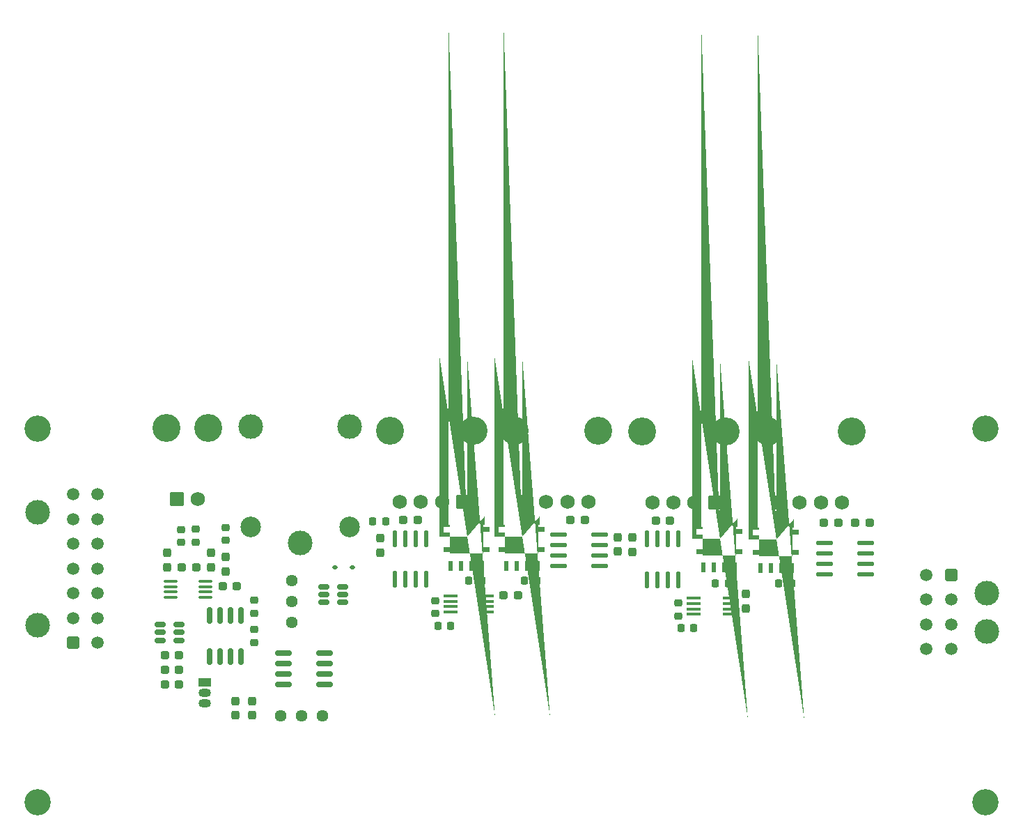
<source format=gts>
%TF.GenerationSoftware,KiCad,Pcbnew,9.0.1*%
%TF.CreationDate,2025-06-05T13:01:34-07:00*%
%TF.ProjectId,chop-controller-heat,63686f70-2d63-46f6-9e74-726f6c6c6572,rev?*%
%TF.SameCoordinates,Original*%
%TF.FileFunction,Soldermask,Top*%
%TF.FilePolarity,Negative*%
%FSLAX46Y46*%
G04 Gerber Fmt 4.6, Leading zero omitted, Abs format (unit mm)*
G04 Created by KiCad (PCBNEW 9.0.1) date 2025-06-05 13:01:34*
%MOMM*%
%LPD*%
G01*
G04 APERTURE LIST*
G04 Aperture macros list*
%AMRoundRect*
0 Rectangle with rounded corners*
0 $1 Rounding radius*
0 $2 $3 $4 $5 $6 $7 $8 $9 X,Y pos of 4 corners*
0 Add a 4 corners polygon primitive as box body*
4,1,4,$2,$3,$4,$5,$6,$7,$8,$9,$2,$3,0*
0 Add four circle primitives for the rounded corners*
1,1,$1+$1,$2,$3*
1,1,$1+$1,$4,$5*
1,1,$1+$1,$6,$7*
1,1,$1+$1,$8,$9*
0 Add four rect primitives between the rounded corners*
20,1,$1+$1,$2,$3,$4,$5,0*
20,1,$1+$1,$4,$5,$6,$7,0*
20,1,$1+$1,$6,$7,$8,$9,0*
20,1,$1+$1,$8,$9,$2,$3,0*%
%AMFreePoly0*
4,1,77,2.123536,2.483536,2.125000,2.480000,2.125000,1.460000,2.123536,1.456464,2.120000,1.455000,1.965000,1.455000,1.965000,1.175000,2.710000,1.175000,2.713536,1.173536,2.715000,1.170000,2.715000,0.560000,2.713536,0.556464,2.710000,0.555000,1.965000,0.555000,1.965000,-1.245000,2.710000,-1.245000,2.713536,-1.246464,2.715000,-1.250000,2.715000,-1.860000,2.713536,-1.863536,
2.710000,-1.865000,1.965000,-1.865000,1.965000,-2.040000,1.963536,-2.043536,1.960000,-2.045000,-2.140000,-2.045000,-2.143536,-2.043536,-2.145000,-2.040000,-2.145000,-1.875000,-2.900000,-1.875000,-2.903536,-1.873536,-2.905000,-1.870000,-2.905000,-1.260000,-2.903536,-1.256464,-2.900000,-1.255000,-2.145000,-1.255000,-2.145000,0.545000,-2.900000,0.545000,-2.903536,0.546464,-2.905000,0.550000,
-2.905000,1.160000,-2.903536,1.163536,-2.900000,1.165000,-2.145000,1.165000,-2.145000,1.445000,-2.300000,1.445000,-2.303536,1.446464,-2.305000,1.450000,-2.305000,2.470000,-2.303536,2.473536,-2.300000,2.475000,-1.690000,2.475000,-1.686464,2.473536,-1.685000,2.470000,-1.685000,1.775000,-1.035000,1.775000,-1.035000,2.470000,-1.033536,2.473536,-1.030000,2.475000,-0.420000,2.475000,
-0.416464,2.473536,-0.415000,2.470000,-0.415000,1.775000,0.235000,1.775000,0.235000,2.470000,0.236464,2.473536,0.240000,2.475000,0.850000,2.475000,0.853536,2.473536,0.855000,2.470000,0.855000,1.775000,1.505000,1.775000,1.505000,2.480000,1.506464,2.483536,1.510000,2.485000,2.120000,2.485000,2.123536,2.483536,2.123536,2.483536,$1*%
G04 Aperture macros list end*
%ADD10RoundRect,0.218750X-0.218750X-0.256250X0.218750X-0.256250X0.218750X0.256250X-0.218750X0.256250X0*%
%ADD11RoundRect,0.218750X0.218750X0.256250X-0.218750X0.256250X-0.218750X-0.256250X0.218750X-0.256250X0*%
%ADD12RoundRect,0.218750X0.256250X-0.218750X0.256250X0.218750X-0.256250X0.218750X-0.256250X-0.218750X0*%
%ADD13RoundRect,0.237500X-0.287500X-0.237500X0.287500X-0.237500X0.287500X0.237500X-0.287500X0.237500X0*%
%ADD14RoundRect,0.150000X-0.825000X-0.150000X0.825000X-0.150000X0.825000X0.150000X-0.825000X0.150000X0*%
%ADD15R,1.500000X1.050000*%
%ADD16O,1.500000X1.050000*%
%ADD17RoundRect,0.132500X-0.132500X0.857500X-0.132500X-0.857500X0.132500X-0.857500X0.132500X0.857500X0*%
%ADD18RoundRect,0.218750X-0.256250X0.218750X-0.256250X-0.218750X0.256250X-0.218750X0.256250X0.218750X0*%
%ADD19RoundRect,0.112500X-0.187500X-0.112500X0.187500X-0.112500X0.187500X0.112500X-0.187500X0.112500X0*%
%ADD20R,1.680000X0.400000*%
%ADD21RoundRect,0.237500X-0.237500X0.287500X-0.237500X-0.287500X0.237500X-0.287500X0.237500X0.287500X0*%
%ADD22R,0.610000X1.270000*%
%ADD23FreePoly0,0.000000*%
%ADD24C,3.200000*%
%ADD25RoundRect,0.132500X0.857500X0.132500X-0.857500X0.132500X-0.857500X-0.132500X0.857500X-0.132500X0*%
%ADD26RoundRect,0.237500X0.237500X-0.287500X0.237500X0.287500X-0.237500X0.287500X-0.237500X-0.287500X0*%
%ADD27RoundRect,0.150000X-0.512500X-0.150000X0.512500X-0.150000X0.512500X0.150000X-0.512500X0.150000X0*%
%ADD28RoundRect,0.237500X0.287500X0.237500X-0.287500X0.237500X-0.287500X-0.237500X0.287500X-0.237500X0*%
%ADD29C,3.000000*%
%ADD30RoundRect,0.250001X0.499999X-0.499999X0.499999X0.499999X-0.499999X0.499999X-0.499999X-0.499999X0*%
%ADD31C,1.500000*%
%ADD32C,1.440000*%
%ADD33C,3.400000*%
%ADD34RoundRect,0.250560X-0.619440X-0.619440X0.619440X-0.619440X0.619440X0.619440X-0.619440X0.619440X0*%
%ADD35C,1.740000*%
%ADD36RoundRect,0.150000X-0.150000X0.825000X-0.150000X-0.825000X0.150000X-0.825000X0.150000X0.825000X0*%
%ADD37RoundRect,0.250001X-0.499999X0.499999X-0.499999X-0.499999X0.499999X-0.499999X0.499999X0.499999X0*%
%ADD38RoundRect,0.100000X-0.712500X-0.100000X0.712500X-0.100000X0.712500X0.100000X-0.712500X0.100000X0*%
%ADD39C,2.500000*%
%ADD40RoundRect,0.150000X0.512500X0.150000X-0.512500X0.150000X-0.512500X-0.150000X0.512500X-0.150000X0*%
%ADD41RoundRect,0.250560X0.619440X0.619440X-0.619440X0.619440X-0.619440X-0.619440X0.619440X-0.619440X0*%
G04 APERTURE END LIST*
D10*
%TO.C,R17*%
X173139138Y-72809073D03*
X174714138Y-72809073D03*
%TD*%
D11*
%TO.C,R11*%
X151473138Y-72504323D03*
X149898138Y-72504323D03*
%TD*%
D10*
%TO.C,R21*%
X131483138Y-65265323D03*
X133058138Y-65265323D03*
%TD*%
D12*
%TO.C,R53*%
X117103638Y-76449823D03*
X117103638Y-74874823D03*
%TD*%
D13*
%TO.C,C1*%
X147410200Y-74269600D03*
X149160200Y-74269600D03*
%TD*%
D12*
%TO.C,R49*%
X113601638Y-67576823D03*
X113601638Y-66001823D03*
%TD*%
D14*
%TO.C,U19*%
X120651638Y-81267323D03*
X120651638Y-82537323D03*
X120651638Y-83807323D03*
X120651638Y-85077323D03*
X125601638Y-85077323D03*
X125601638Y-83807323D03*
X125601638Y-82537323D03*
X125601638Y-81267323D03*
%TD*%
D15*
%TO.C,U18*%
X111082638Y-84823323D03*
D16*
X111082638Y-86093323D03*
X111082638Y-87363323D03*
%TD*%
D13*
%TO.C,C14*%
X155525638Y-65138323D03*
X157275638Y-65138323D03*
%TD*%
D17*
%TO.C,U7*%
X168668888Y-67423073D03*
X167398888Y-67423073D03*
X166128888Y-67423073D03*
X164858888Y-67423073D03*
X164858888Y-72353073D03*
X166128888Y-72353073D03*
X167398888Y-72353073D03*
X168668888Y-72353073D03*
%TD*%
D18*
%TO.C,R1*%
X139042638Y-74891823D03*
X139042638Y-76466823D03*
%TD*%
D11*
%TO.C,R12*%
X182410388Y-72809073D03*
X180835388Y-72809073D03*
%TD*%
D19*
%TO.C,D1*%
X126902638Y-70853323D03*
X129002638Y-70853323D03*
%TD*%
D20*
%TO.C,U2*%
X170456638Y-74628073D03*
X170456638Y-75278073D03*
X170456638Y-75928073D03*
X170456638Y-76578073D03*
X174856638Y-76578073D03*
X174856638Y-75928073D03*
X174856638Y-75278073D03*
X174856638Y-74628073D03*
%TD*%
D21*
%TO.C,C11*%
X163080888Y-67235073D03*
X163080888Y-68985073D03*
%TD*%
D22*
%TO.C,Q2*%
X171716888Y-70904073D03*
X172986888Y-70904073D03*
X174256888Y-70904073D03*
X175526888Y-70904073D03*
D23*
X173711888Y-67404073D03*
%TD*%
D24*
%TO.C,MK4*%
X90726800Y-99362000D03*
%TD*%
D25*
%TO.C,U10*%
X159030600Y-70676323D03*
X159030600Y-69406323D03*
X159030600Y-68136323D03*
X159030600Y-66866323D03*
X154100600Y-66866323D03*
X154100600Y-68136323D03*
X154100600Y-69406323D03*
X154100600Y-70676323D03*
%TD*%
D21*
%TO.C,C54*%
X116849638Y-87106323D03*
X116849638Y-88856323D03*
%TD*%
D18*
%TO.C,R2*%
X168592638Y-75196573D03*
X168592638Y-76771573D03*
%TD*%
D26*
%TO.C,C49*%
X111823638Y-70839323D03*
X111823638Y-69089323D03*
%TD*%
D22*
%TO.C,Q7*%
X178594888Y-70975073D03*
X179864888Y-70975073D03*
X181134888Y-70975073D03*
X182404888Y-70975073D03*
D23*
X180589888Y-67475073D03*
%TD*%
D20*
%TO.C,U1*%
X140906638Y-74323323D03*
X140906638Y-74973323D03*
X140906638Y-75623323D03*
X140906638Y-76273323D03*
X145306638Y-76273323D03*
X145306638Y-75623323D03*
X145306638Y-74973323D03*
X145306638Y-74323323D03*
%TD*%
D27*
%TO.C,U23*%
X125545138Y-73205323D03*
X125545138Y-74155323D03*
X125545138Y-75105323D03*
X127820138Y-75105323D03*
X127820138Y-74155323D03*
X127820138Y-73205323D03*
%TD*%
D24*
%TO.C,MK2*%
X205957400Y-54022000D03*
%TD*%
D12*
%TO.C,R52*%
X117103638Y-80005823D03*
X117103638Y-78430823D03*
%TD*%
D28*
%TO.C,C6*%
X136955638Y-65138323D03*
X135205638Y-65138323D03*
%TD*%
D22*
%TO.C,Q6*%
X147674638Y-70670323D03*
X148944638Y-70670323D03*
X150214638Y-70670323D03*
X151484638Y-70670323D03*
D23*
X149669638Y-67170323D03*
%TD*%
D12*
%TO.C,R50*%
X109991638Y-67813823D03*
X109991638Y-66238823D03*
%TD*%
D29*
%TO.C,J11*%
X90726800Y-77852800D03*
X90726800Y-64152800D03*
D30*
X95046800Y-80012800D03*
D31*
X95046800Y-77012800D03*
X95046800Y-74012800D03*
X95046800Y-71012800D03*
X95046800Y-68012800D03*
X95046800Y-65012800D03*
X95046800Y-62012800D03*
X98046800Y-80012800D03*
X98046800Y-77012800D03*
X98046800Y-74012800D03*
X98046800Y-71012800D03*
X98046800Y-68012800D03*
X98046800Y-65012800D03*
X98046800Y-62012800D03*
%TD*%
D32*
%TO.C,RV1*%
X121602638Y-77594323D03*
X121602638Y-75054323D03*
X121602638Y-72514323D03*
%TD*%
D22*
%TO.C,Q1*%
X140943638Y-70670323D03*
X142213638Y-70670323D03*
X143483638Y-70670323D03*
X144753638Y-70670323D03*
D23*
X142938638Y-67170323D03*
%TD*%
D33*
%TO.C,J2*%
X148763638Y-54293323D03*
X158923638Y-54293323D03*
D34*
X150033638Y-62933323D03*
D35*
X152573638Y-62933323D03*
X155143638Y-62933323D03*
X157683638Y-62933323D03*
%TD*%
D21*
%TO.C,C55*%
X114817638Y-87106323D03*
X114817638Y-88856323D03*
%TD*%
D36*
%TO.C,U17*%
X115452638Y-76743323D03*
X114182638Y-76743323D03*
X112912638Y-76743323D03*
X111642638Y-76743323D03*
X111642638Y-81693323D03*
X112912638Y-81693323D03*
X114182638Y-81693323D03*
X115452638Y-81693323D03*
%TD*%
D26*
%TO.C,C10*%
X132397638Y-69061323D03*
X132397638Y-67311323D03*
%TD*%
D25*
%TO.C,U11*%
X191377638Y-71742323D03*
X191377638Y-70472323D03*
X191377638Y-69202323D03*
X191377638Y-67932323D03*
X186447638Y-67932323D03*
X186447638Y-69202323D03*
X186447638Y-70472323D03*
X186447638Y-71742323D03*
%TD*%
D24*
%TO.C,MK3*%
X205957400Y-99362000D03*
%TD*%
D33*
%TO.C,J13*%
X106425638Y-53969323D03*
X111505638Y-53969323D03*
D34*
X107695638Y-62609323D03*
D35*
X110235638Y-62609323D03*
%TD*%
D26*
%TO.C,C2*%
X176847638Y-75843073D03*
X176847638Y-74093073D03*
%TD*%
D29*
%TO.C,J12*%
X206124000Y-73960000D03*
X206124000Y-78660000D03*
D37*
X201804000Y-71800000D03*
D31*
X201804000Y-74800000D03*
X201804000Y-77800000D03*
X201804000Y-80800000D03*
X198804000Y-71800000D03*
X198804000Y-74800000D03*
X198804000Y-77800000D03*
X198804000Y-80800000D03*
%TD*%
D38*
%TO.C,U16*%
X106917138Y-72545323D03*
X106917138Y-73195323D03*
X106917138Y-73845323D03*
X106917138Y-74495323D03*
X111142138Y-74495323D03*
X111142138Y-73845323D03*
X111142138Y-73195323D03*
X111142138Y-72545323D03*
%TD*%
D17*
%TO.C,U6*%
X137985638Y-67372323D03*
X136715638Y-67372323D03*
X135445638Y-67372323D03*
X134175638Y-67372323D03*
X134175638Y-72302323D03*
X135445638Y-72302323D03*
X136715638Y-72302323D03*
X137985638Y-72302323D03*
%TD*%
D11*
%TO.C,R7*%
X170523138Y-78270073D03*
X168948138Y-78270073D03*
%TD*%
D32*
%TO.C,RV2*%
X120322638Y-88887323D03*
X122862638Y-88887323D03*
X125402638Y-88887323D03*
%TD*%
D21*
%TO.C,C17*%
X161226638Y-67184323D03*
X161226638Y-68934323D03*
%TD*%
%TO.C,C48*%
X106489638Y-69089323D03*
X106489638Y-70839323D03*
%TD*%
D24*
%TO.C,MK1*%
X90726800Y-54022000D03*
%TD*%
D29*
%TO.C,K1*%
X122618638Y-67923323D03*
D39*
X128668638Y-65973323D03*
D29*
X128668638Y-53773323D03*
X116618638Y-53723323D03*
D39*
X116668638Y-65973323D03*
%TD*%
D21*
%TO.C,C52*%
X113601638Y-69597323D03*
X113601638Y-71347323D03*
%TD*%
D13*
%TO.C,C18*%
X190145888Y-65443073D03*
X191895888Y-65443073D03*
%TD*%
%TO.C,C56*%
X106195638Y-85060323D03*
X107945638Y-85060323D03*
%TD*%
D40*
%TO.C,U20*%
X107886638Y-79721323D03*
X107886638Y-78771323D03*
X107886638Y-77821323D03*
X105611638Y-77821323D03*
X105611638Y-78771323D03*
X105611638Y-79721323D03*
%TD*%
D28*
%TO.C,C7*%
X167638888Y-65189073D03*
X165888888Y-65189073D03*
%TD*%
%TO.C,C51*%
X114984638Y-73139323D03*
X113234638Y-73139323D03*
%TD*%
D13*
%TO.C,C58*%
X106195638Y-81504323D03*
X107945638Y-81504323D03*
%TD*%
%TO.C,C47*%
X108281638Y-70853323D03*
X110031638Y-70853323D03*
%TD*%
D11*
%TO.C,R6*%
X140973138Y-77965323D03*
X139398138Y-77965323D03*
%TD*%
D13*
%TO.C,C57*%
X106195638Y-83282323D03*
X107945638Y-83282323D03*
%TD*%
%TO.C,C15*%
X186335888Y-65443073D03*
X188085888Y-65443073D03*
%TD*%
D33*
%TO.C,J4*%
X179573888Y-54344073D03*
X189733888Y-54344073D03*
D34*
X180843888Y-62984073D03*
D35*
X183383888Y-62984073D03*
X185953888Y-62984073D03*
X188493888Y-62984073D03*
%TD*%
D18*
%TO.C,R51*%
X108213638Y-66255823D03*
X108213638Y-67830823D03*
%TD*%
D10*
%TO.C,R16*%
X143167138Y-72504323D03*
X144742138Y-72504323D03*
%TD*%
D33*
%TO.C,J3*%
X174400888Y-54344073D03*
X164240888Y-54344073D03*
D41*
X173130888Y-62984073D03*
D35*
X170590888Y-62984073D03*
X168020888Y-62984073D03*
X165480888Y-62984073D03*
%TD*%
D33*
%TO.C,J1*%
X143717638Y-54293323D03*
X133557638Y-54293323D03*
D41*
X142447638Y-62933323D03*
D35*
X139907638Y-62933323D03*
X137337638Y-62933323D03*
X134797638Y-62933323D03*
%TD*%
M02*

</source>
